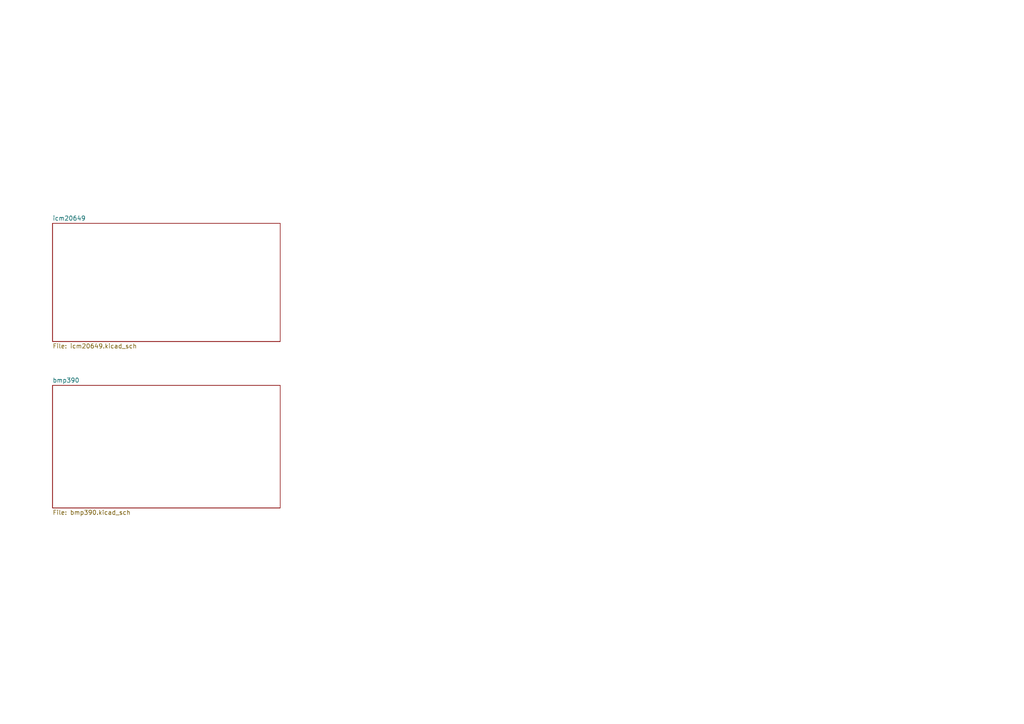
<source format=kicad_sch>
(kicad_sch
	(version 20250114)
	(generator "eeschema")
	(generator_version "9.0")
	(uuid "8ac1088f-d24e-48f9-a629-93032ed01e3d")
	(paper "A4")
	(title_block
		(title "AeroNode")
		(date "2026-01-02")
		(rev "0.1")
		(company "Moonlit Garage, Inc.")
	)
	(lib_symbols)
	(sheet
		(at 15.24 64.77)
		(size 66.04 34.29)
		(exclude_from_sim no)
		(in_bom yes)
		(on_board yes)
		(dnp no)
		(fields_autoplaced yes)
		(stroke
			(width 0.1524)
			(type solid)
		)
		(fill
			(color 0 0 0 0.0000)
		)
		(uuid "315b379f-99e7-45de-87a3-73f9cf7e0fbc")
		(property "Sheetname" "icm20649"
			(at 15.24 64.0584 0)
			(effects
				(font
					(size 1.27 1.27)
				)
				(justify left bottom)
			)
		)
		(property "Sheetfile" "icm20649.kicad_sch"
			(at 15.24 99.6446 0)
			(effects
				(font
					(size 1.27 1.27)
				)
				(justify left top)
			)
		)
		(instances
			(project "fc"
				(path "/b4b1fd06-9459-49b0-858e-c0ecb9aef3e0/7ffd732e-8a9a-4a8e-9b92-749e899d1416"
					(page "3")
				)
			)
		)
	)
	(sheet
		(at 15.24 111.76)
		(size 66.04 35.56)
		(exclude_from_sim no)
		(in_bom yes)
		(on_board yes)
		(dnp no)
		(fields_autoplaced yes)
		(stroke
			(width 0.1524)
			(type solid)
		)
		(fill
			(color 0 0 0 0.0000)
		)
		(uuid "b4347027-fbee-4eb4-8f7c-b950affc3bb1")
		(property "Sheetname" "bmp390"
			(at 15.24 111.0484 0)
			(effects
				(font
					(size 1.27 1.27)
				)
				(justify left bottom)
			)
		)
		(property "Sheetfile" "bmp390.kicad_sch"
			(at 15.24 147.9046 0)
			(effects
				(font
					(size 1.27 1.27)
				)
				(justify left top)
			)
		)
		(instances
			(project "fc"
				(path "/b4b1fd06-9459-49b0-858e-c0ecb9aef3e0/7ffd732e-8a9a-4a8e-9b92-749e899d1416"
					(page "4")
				)
			)
		)
	)
)

</source>
